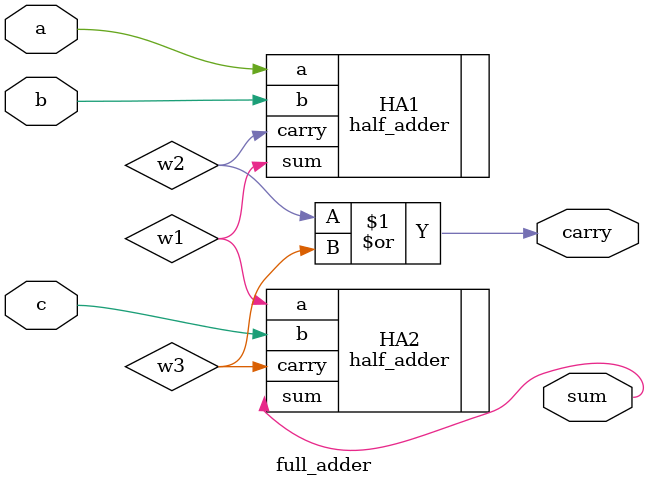
<source format=v>
/********************************************************************************************

Copyright 2018-2019 - Maven Silicon Softech Pvt Ltd. All Rights Reserved.

This source code is an unpublished work belongs to Maven Silicon Softech Pvt Ltd.
It is considered a trade secret and is not to be divulged or used by parties who 
have not received written authorization from Maven Silicon Softech Pvt Ltd.

Maven Silicon Softech Pvt Ltd
Bangalore - 560076

Webpage: www.maven-silicon.com

Filename:	full_adder.v   

Description:	One bit Full adder design 

Date:		01/05/2018

Author:		Maven Silicon

Email:		online@maven-silicon.com
			 

Version:	1.0

*********************************************************************************************/

module full_adder(a,
                  b,
                  c,
                  sum,
                  carry);

  // Step 1. Write down the directions for the ports	     
  input a,b,c;
  output sum, carry;

  // Step 2. Declare the internal wires    
  wire w1, w2, w3;

  // Step 3. Instantiate two Half-Adders
  half_adder HA1(.a(a), .b(b), .sum(w1), .carry(w2));
  half_adder HA2(.a(w1), .b(c), .sum(sum), .carry(w3));

  // Step 4. Instantiate the OR gate
  or or1(carry, w2, w3);

endmodule


</source>
